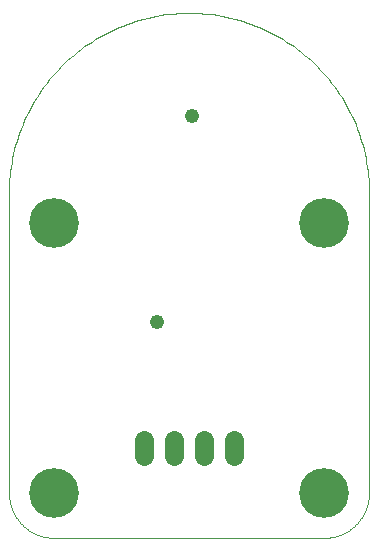
<source format=gbs>
G75*
%MOIN*%
%OFA0B0*%
%FSLAX25Y25*%
%IPPOS*%
%LPD*%
%AMOC8*
5,1,8,0,0,1.08239X$1,22.5*
%
%ADD10C,0.00000*%
%ADD11C,0.06343*%
%ADD12C,0.16611*%
%ADD13C,0.04800*%
D10*
X0003800Y0017800D02*
X0003800Y0117800D01*
X0003818Y0119261D01*
X0003871Y0120721D01*
X0003960Y0122180D01*
X0004084Y0123636D01*
X0004244Y0125088D01*
X0004439Y0126536D01*
X0004670Y0127979D01*
X0004935Y0129416D01*
X0005235Y0130846D01*
X0005570Y0132268D01*
X0005940Y0133682D01*
X0006344Y0135086D01*
X0006782Y0136480D01*
X0007254Y0137863D01*
X0007759Y0139234D01*
X0008298Y0140592D01*
X0008869Y0141937D01*
X0009473Y0143267D01*
X0010109Y0144583D01*
X0010777Y0145882D01*
X0011477Y0147165D01*
X0012208Y0148430D01*
X0012969Y0149678D01*
X0013760Y0150906D01*
X0014581Y0152115D01*
X0015431Y0153303D01*
X0016310Y0154470D01*
X0017217Y0155616D01*
X0018152Y0156739D01*
X0019114Y0157839D01*
X0020102Y0158915D01*
X0021116Y0159967D01*
X0022156Y0160994D01*
X0023220Y0161995D01*
X0024308Y0162971D01*
X0025420Y0163919D01*
X0026554Y0164840D01*
X0027711Y0165733D01*
X0028888Y0166597D01*
X0030087Y0167433D01*
X0031306Y0168239D01*
X0032544Y0169016D01*
X0033800Y0169762D01*
X0035074Y0170477D01*
X0036365Y0171161D01*
X0037673Y0171813D01*
X0038996Y0172433D01*
X0040334Y0173021D01*
X0041685Y0173576D01*
X0043050Y0174098D01*
X0044427Y0174586D01*
X0045816Y0175041D01*
X0047215Y0175462D01*
X0048624Y0175849D01*
X0050042Y0176201D01*
X0051468Y0176519D01*
X0052902Y0176802D01*
X0054342Y0177050D01*
X0055787Y0177263D01*
X0057238Y0177440D01*
X0058692Y0177582D01*
X0060149Y0177689D01*
X0061609Y0177760D01*
X0063069Y0177796D01*
X0064531Y0177796D01*
X0065991Y0177760D01*
X0067451Y0177689D01*
X0068908Y0177582D01*
X0070362Y0177440D01*
X0071813Y0177263D01*
X0073258Y0177050D01*
X0074698Y0176802D01*
X0076132Y0176519D01*
X0077558Y0176201D01*
X0078976Y0175849D01*
X0080385Y0175462D01*
X0081784Y0175041D01*
X0083173Y0174586D01*
X0084550Y0174098D01*
X0085915Y0173576D01*
X0087266Y0173021D01*
X0088604Y0172433D01*
X0089927Y0171813D01*
X0091235Y0171161D01*
X0092526Y0170477D01*
X0093800Y0169762D01*
X0095056Y0169016D01*
X0096294Y0168239D01*
X0097513Y0167433D01*
X0098712Y0166597D01*
X0099889Y0165733D01*
X0101046Y0164840D01*
X0102180Y0163919D01*
X0103292Y0162971D01*
X0104380Y0161995D01*
X0105444Y0160994D01*
X0106484Y0159967D01*
X0107498Y0158915D01*
X0108486Y0157839D01*
X0109448Y0156739D01*
X0110383Y0155616D01*
X0111290Y0154470D01*
X0112169Y0153303D01*
X0113019Y0152115D01*
X0113840Y0150906D01*
X0114631Y0149678D01*
X0115392Y0148430D01*
X0116123Y0147165D01*
X0116823Y0145882D01*
X0117491Y0144583D01*
X0118127Y0143267D01*
X0118731Y0141937D01*
X0119302Y0140592D01*
X0119841Y0139234D01*
X0120346Y0137863D01*
X0120818Y0136480D01*
X0121256Y0135086D01*
X0121660Y0133682D01*
X0122030Y0132268D01*
X0122365Y0130846D01*
X0122665Y0129416D01*
X0122930Y0127979D01*
X0123161Y0126536D01*
X0123356Y0125088D01*
X0123516Y0123636D01*
X0123640Y0122180D01*
X0123729Y0120721D01*
X0123782Y0119261D01*
X0123800Y0117800D01*
X0123800Y0017800D01*
X0123796Y0017438D01*
X0123782Y0017075D01*
X0123761Y0016713D01*
X0123730Y0016352D01*
X0123691Y0015992D01*
X0123643Y0015633D01*
X0123586Y0015275D01*
X0123521Y0014918D01*
X0123447Y0014563D01*
X0123364Y0014210D01*
X0123273Y0013859D01*
X0123174Y0013511D01*
X0123066Y0013165D01*
X0122950Y0012821D01*
X0122825Y0012481D01*
X0122693Y0012144D01*
X0122552Y0011810D01*
X0122403Y0011479D01*
X0122246Y0011152D01*
X0122082Y0010829D01*
X0121910Y0010510D01*
X0121730Y0010196D01*
X0121542Y0009885D01*
X0121347Y0009580D01*
X0121145Y0009279D01*
X0120935Y0008983D01*
X0120719Y0008693D01*
X0120495Y0008407D01*
X0120265Y0008127D01*
X0120028Y0007853D01*
X0119784Y0007585D01*
X0119534Y0007322D01*
X0119278Y0007066D01*
X0119015Y0006816D01*
X0118747Y0006572D01*
X0118473Y0006335D01*
X0118193Y0006105D01*
X0117907Y0005881D01*
X0117617Y0005665D01*
X0117321Y0005455D01*
X0117020Y0005253D01*
X0116715Y0005058D01*
X0116404Y0004870D01*
X0116090Y0004690D01*
X0115771Y0004518D01*
X0115448Y0004354D01*
X0115121Y0004197D01*
X0114790Y0004048D01*
X0114456Y0003907D01*
X0114119Y0003775D01*
X0113779Y0003650D01*
X0113435Y0003534D01*
X0113089Y0003426D01*
X0112741Y0003327D01*
X0112390Y0003236D01*
X0112037Y0003153D01*
X0111682Y0003079D01*
X0111325Y0003014D01*
X0110967Y0002957D01*
X0110608Y0002909D01*
X0110248Y0002870D01*
X0109887Y0002839D01*
X0109525Y0002818D01*
X0109162Y0002804D01*
X0108800Y0002800D01*
X0018800Y0002800D01*
X0018438Y0002804D01*
X0018075Y0002818D01*
X0017713Y0002839D01*
X0017352Y0002870D01*
X0016992Y0002909D01*
X0016633Y0002957D01*
X0016275Y0003014D01*
X0015918Y0003079D01*
X0015563Y0003153D01*
X0015210Y0003236D01*
X0014859Y0003327D01*
X0014511Y0003426D01*
X0014165Y0003534D01*
X0013821Y0003650D01*
X0013481Y0003775D01*
X0013144Y0003907D01*
X0012810Y0004048D01*
X0012479Y0004197D01*
X0012152Y0004354D01*
X0011829Y0004518D01*
X0011510Y0004690D01*
X0011196Y0004870D01*
X0010885Y0005058D01*
X0010580Y0005253D01*
X0010279Y0005455D01*
X0009983Y0005665D01*
X0009693Y0005881D01*
X0009407Y0006105D01*
X0009127Y0006335D01*
X0008853Y0006572D01*
X0008585Y0006816D01*
X0008322Y0007066D01*
X0008066Y0007322D01*
X0007816Y0007585D01*
X0007572Y0007853D01*
X0007335Y0008127D01*
X0007105Y0008407D01*
X0006881Y0008693D01*
X0006665Y0008983D01*
X0006455Y0009279D01*
X0006253Y0009580D01*
X0006058Y0009885D01*
X0005870Y0010196D01*
X0005690Y0010510D01*
X0005518Y0010829D01*
X0005354Y0011152D01*
X0005197Y0011479D01*
X0005048Y0011810D01*
X0004907Y0012144D01*
X0004775Y0012481D01*
X0004650Y0012821D01*
X0004534Y0013165D01*
X0004426Y0013511D01*
X0004327Y0013859D01*
X0004236Y0014210D01*
X0004153Y0014563D01*
X0004079Y0014918D01*
X0004014Y0015275D01*
X0003957Y0015633D01*
X0003909Y0015992D01*
X0003870Y0016352D01*
X0003839Y0016713D01*
X0003818Y0017075D01*
X0003804Y0017438D01*
X0003800Y0017800D01*
D11*
X0048800Y0030028D02*
X0048800Y0035572D01*
X0058800Y0035572D02*
X0058800Y0030028D01*
X0068800Y0030028D02*
X0068800Y0035572D01*
X0078800Y0035572D02*
X0078800Y0030028D01*
D12*
X0108800Y0017800D03*
X0108800Y0107800D03*
X0018800Y0107800D03*
X0018800Y0017800D03*
D13*
X0052997Y0074635D03*
X0064808Y0143532D03*
M02*

</source>
